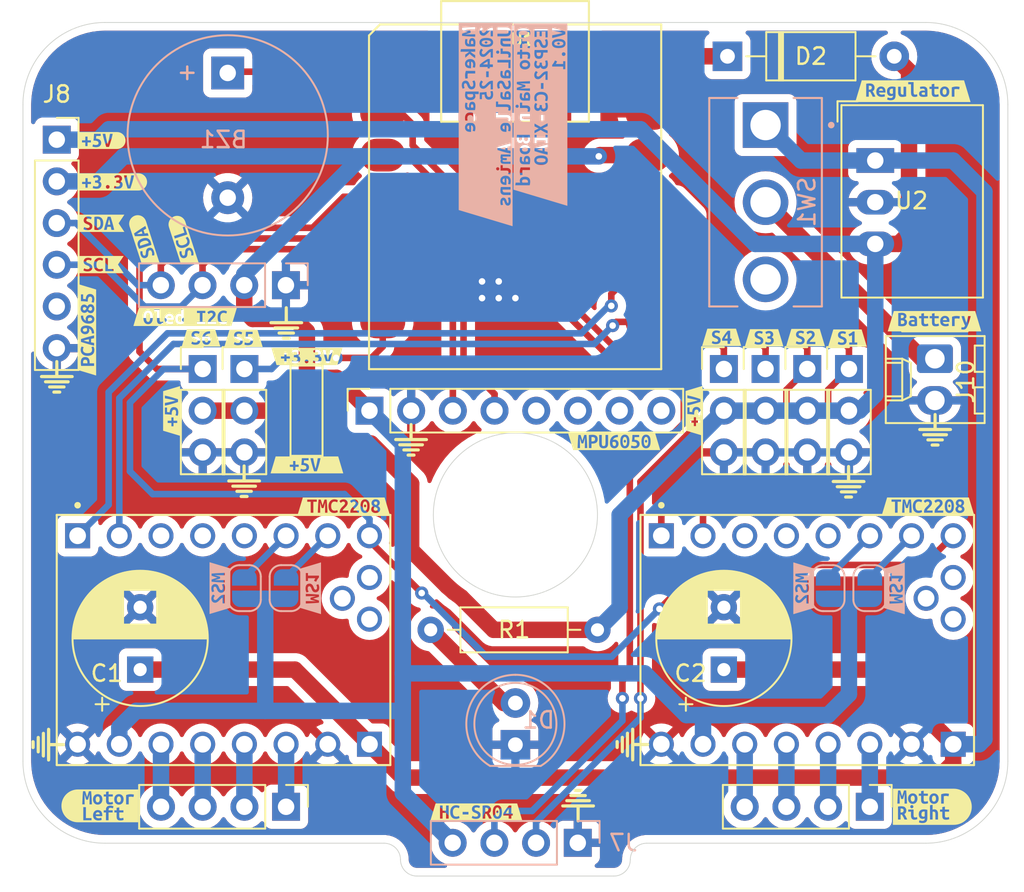
<source format=kicad_pcb>
(kicad_pcb (version 20240108) (generator "pcbnew") (generator_version "8.0")
  (layers (0 "F.Cu" signal "Front") (31 "B.Cu" signal "Back") (34 "B.Paste" user) (35 "F.Paste" user) (36 "B.SilkS" user "B.Silkscreen") (37 "F.SilkS" user "F.Silkscreen") (38 "B.Mask" user) (39 "F.Mask" user) (44 "Edge.Cuts" user))
  (net 0 "")
  (net 1 "GND")
  (net 2 "Net-(D1-A)")
  (net 3 "+5V")
  (net 4 "Buzzer")
  (net 5 "Servo-1")
  (net 6 "Servo-2")
  (net 7 "Servo-3")
  (net 8 "Servo-4")
  (net 9 "Servo-5")
  (net 11 "+3.3V")
  (net 12 "Echo")
  (net 13 "Trig")
  (net 14 "SCL")
  (net 15 "SDA")
  (net 16 "Net-(D2-K)")
  (net 18 "+BATT")
  (net 20 "Net-(J5-Pin_2)")
  (net 21 "Net-(J10-Pin_1)")
  (net 22 "Net-(J9-Pin_2)")
  (net 23 "Net-(J9-Pin_1)")
  (net 24 "Net-(J9-Pin_3)")
  (net 25 "Net-(J9-Pin_4)")
  (net 26 "Net-(J11-Pin_2)")
  (net 27 "Net-(J11-Pin_4)")
  (net 28 "Net-(J11-Pin_1)")
  (net 29 "Net-(J11-Pin_3)")
  (net 30 "Net-(JP3-B)")
  (net 31 "Net-(JP4-B)")
  (net 32 "Net-(JP6-B)")
  (net 33 "Net-(JP7-B)")
  (net 43 "EN-Driver")
  (footprint "Diode_THT:D_A-405_P10.16mm_Horizontal" (layer "F.Cu") (at 142.92 52.06)
    (property "Reference" "D2")
    (property "Value" "D_Schottky")
  )
  (footprint "Jumper:SolderJumper-3_P2.0mm_Open_TrianglePad1.0x1.5mm_NumberLabels" (layer "F.Cu") (at 117.3 73.65 90)
    (property "Reference" "JP1" (hide yes))
    (property "Value" "SolderJumper_3_Open")
  )
  (footprint "kibuzzard-66E45A06" (layer "F.Cu") (at 117.3 70.348)
    (property "Reference" "kibuzzard-66E45A06" (hide yes))
    (property "Value" "G***" (hide yes))
  )
  (footprint "LOGO" (layer "F.Cu") (at 102.062553 71.597801)
    (property "Reference" "G***" (hide yes))
    (property "Value" "LOGO" (hide yes))
  )
  (footprint "LOGO" (layer "F.Cu") (at 150.29655 77.990289)
    (property "Reference" "G***" (hide yes))
    (property "Value" "LOGO" (hide yes))
  )
  (footprint "kibuzzard-66E45C9B" (layer "F.Cu") (at 109.726898 63.332584 108)
    (property "Reference" "kibuzzard-66E45C9B" (hide yes))
    (property "Value" "G***" (hide yes))
  )
  (footprint "kibuzzard-66E45B85" (layer "F.Cu") (at 113.434627 69.245399)
    (property "Reference" "kibuzzard-66E45B85" (hide yes))
    (property "Value" "G***" (hide yes))
  )
  (footprint "kibuzzard-66E45BBF" (layer "F.Cu") (at 105.44779 59.713663)
    (property "Reference" "kibuzzard-66E45BBF" (hide yes))
    (property "Value" "G***" (hide yes))
  )
  (footprint "Connector_PinHeader_2.54mm:PinHeader_1x03_P2.54mm_Vertical" (layer "F.Cu") (at 113.49 71.11)
    (property "Reference" "J5" (hide yes))
    (property "Value" "Conn_01x03")
  )
  (footprint "LOGO" (layer "F.Cu") (at 101.536211 93.994146 -90)
    (property "Reference" "G***" (hide yes))
    (property "Value" "LOGO" (hide yes))
  )
  (footprint "LOGO" (layer "F.Cu") (at 137.1185 93.987645 -90)
    (property "Reference" "G***" (hide yes))
    (property "Value" "LOGO" (hide yes))
  )
  (footprint "Connector_PinSocket_2.54mm:PinSocket_1x06_P2.54mm_Vertical" (layer "F.Cu") (at 102.06 57.14)
    (property "Reference" "J8")
    (property "Value" "PCA9685")
  )
  (footprint "kibuzzard-66E45B4D" (layer "F.Cu") (at 147.675637 69.193623)
    (property "Reference" "kibuzzard-66E45B4D" (hide yes))
    (property "Value" "G***" (hide yes))
  )
  (footprint "kibuzzard-66E45B34" (layer "F.Cu") (at 142.566613 69.177951)
    (property "Reference" "kibuzzard-66E45B34" (hide yes))
    (property "Value" "G***" (hide yes))
  )
  (footprint "kibuzzard-66E45FF5" (layer "F.Cu") (at 155.4 97.78)
    (property "Reference" "kibuzzard-66E45FF5" (hide yes))
    (property "Value" "G***" (hide yes))
  )
  (footprint "kibuzzard-66E45AAF" (layer "F.Cu") (at 155.531875 68.19962)
    (property "Reference" "kibuzzard-66E45AAF" (hide yes))
    (property "Value" "G***" (hide yes))
  )
  (footprint "kibuzzard-66E46157" (layer "F.Cu") (at 127.621966 98.101932)
    (property "Reference" "kibuzzard-66E46157" (hide yes))
    (property "Value" "G***" (hide yes))
  )
  (footprint "Connector_PinHeader_2.54mm:PinHeader_1x03_P2.54mm_Vertical" (layer "F.Cu") (at 142.7 71.11)
    (property "Reference" "J4" (hide yes))
    (property "Value" "Conn_01x03")
  )
  (footprint "Connector_PinHeader_2.54mm:PinHeader_1x04_P2.54mm_Vertical" (layer "F.Cu") (at 151.59 97.78 -90)
    (property "Reference" "J9" (hide yes))
    (property "Value" "Conn_01x04")
  )
  (footprint "kibuzzard-66E460BA" (layer "F.Cu") (at 103.931947 68.729117 90)
    (property "Reference" "kibuzzard-66E460BA" (hide yes))
    (property "Value" "G***" (hide yes))
  )
  (footprint "Resistor_THT:R_Axial_DIN0207_L6.3mm_D2.5mm_P10.16mm_Horizontal" (layer "F.Cu") (at 135 87 180)
    (property "Reference" "R1")
    (property "Value" "R_Small")
  )
  (footprint "kibuzzard-66E45B47" (layer "F.Cu") (at 145.152469 69.209295)
    (property "Reference" "kibuzzard-66E45B47" (hide yes))
    (property "Value" "G***" (hide yes))
  )
  (footprint "Capacitor_THT:CP_Radial_D8.0mm_P3.80mm" (layer "F.Cu") (at 107.14 89.422651 90)
    (property "Reference" "C1")
    (property "Value" "100uF")
  )
  (footprint "Connector_PinHeader_2.54mm:PinHeader_1x03_P2.54mm_Vertical" (layer "F.Cu") (at 110.95 71.11)
    (property "Reference" "J6" (hide yes))
    (property "Value" "Conn_01x03")
  )
  (footprint "Connector_Molex:Molex_KK-254_AE-6410-02A_1x02_P2.54mm_Vertical" (layer "F.Cu") (at 155.555 70.485 -90)
    (property "Reference" "J10")
    (property "Value" "Conn_01x02")
  )
  (footprint "kibuzzard-66E45B15" (layer "F.Cu") (at 109.054754 73.666074 90)
    (property "Reference" "kibuzzard-66E45B15" (hide yes))
    (property "Value" "G***" (hide yes))
  )
  (footprint "TMC-Step-Stick:MODULE_TMC2208_SILENTSTEPSTICK" (layer "F.Cu") (at 147.78 87.62 90)
    (property "Reference" "U4" (hide yes))
    (property "Value" "TMC2208_SILENTSTEPSTICK")
  )
  (footprint "kibuzzard-66E45E2B" (layer "F.Cu") (at 119.54082 79.464896)
    (property "Reference" "kibuzzard-66E45E2B" (hide yes))
    (property "Value" "G***" (hide yes))
  )
  (footprint "Converter_DCDC:Converter_DCDC_RECOM_R-78E-0.5_THT" (layer "F.Cu") (at 151.9225 58.41 -90)
    (property "Reference" "U2")
    (property "Value" "R-78E5.0-1.0")
  )
  (footprint "Capacitor_THT:CP_Radial_D8.0mm_P3.80mm" (layer "F.Cu") (at 142.7 89.422651 90)
    (property "Reference" "C2")
    (property "Value" "100uF")
  )
  (footprint "TMC-Step-Stick:MODULE_TMC2208_SILENTSTEPSTICK" (layer "F.Cu") (at 112.22 87.62 90)
    (property "Reference" "U3" (hide yes))
    (property "Value" "TMC2208_SILENTSTEPSTICK")
  )
  (footprint "kibuzzard-66E45BE1" (layer "F.Cu") (at 104.79735 62.234395)
    (property "Reference" "kibuzzard-66E45BE1" (hide yes))
    (property "Value" "G***" (hide yes))
  )
  (footprint "LOGO" (layer "F.Cu") (at 155.568034 74.822916)
    (property "Reference" "G***" (hide yes))
    (property "Value" "LOGO" (hide yes))
  )
  (footprint "Connector_PinHeader_2.54mm:PinHeader_1x03_P2.54mm_Vertical" (layer "F.Cu") (at 147.78 71.11)
    (property "Reference" "J2" (hide yes))
    (property "Value" "Conn_01x03")
  )
  (footprint "Connector_PinHeader_2.54mm:PinHeader_1x03_P2.54mm_Vertical" (layer "F.Cu") (at 145.24 71.11)
    (property "Reference" "J3" (hide yes))
    (property "Value" "Conn_01x03")
  )
  (footprint "LOGO" (layer "F.Cu") (at 116.041846 68.316)
    (property "Reference" "G***" (hide yes))
    (property "Value" "LOGO" (hide yes))
  )
  (footprint "kibuzzard-66E45DA3" (layer "F.Cu") (at 154.216683 54.185588)
    (property "Reference" "kibuzzard-66E45DA3" (hide yes))
    (property "Value" "G***" (hide yes))
  )
  (footprint "Connector_PinHeader_2.54mm:PinHeader_1x03_P2.54mm_Vertical" (layer "F.Cu") (at 150.32 71.11)
    (property "Reference" "J1" (hide yes))
    (property "Value" "Conn_01x03")
  )
  (footprint "LOGO" (layer "F.Cu") (at 123.643834 75.435378)
    (property "Reference" "G***" (hide yes))
    (property "Value" "LOGO" (hide yes))
  )
  (footprint "kibuzzard-66E45C62" (layer "F.Cu") (at 107.334328 63.311688 108)
    (property "Reference" "kibuzzard-66E45C62" (hide yes))
    (property "Value" "G***" (hide yes))
  )
  (footprint "xiao ESP32C3_PCB:MOUDLE14P-SMD-2.54-21X17.8MM" (layer "F.Cu") (at 121.0825 71.11925)
    (property "Reference" "U1")
    (property "Value" "MOUDLE-SEEEDUINO-XIAO-ESP32C3")
  )
  (footprint "kibuzzard-66E45BF0" (layer "F.Cu") (at 104.776454 64.748856)
    (property "Reference" "kibuzzard-66E45BF0" (hide yes))
    (property "Value" "G***" (hide yes))
  )
  (footprint "kibuzzard-66E460A4" (layer "F.Cu") (at 109.883338 67.926462)
    (property "Reference" "kibuzzard-66E460A4" (hide yes))
    (property "Value" "G***" (hide yes))
  )
  (footprint "kibuzzard-66E45BAB" (layer "F.Cu") (at 104.789572 57.190494)
    (property "Reference" "kibuzzard-66E45BAB" (hide yes))
    (property "Value" "G***" (hide yes))
  )
  (footprint "kibuzzard-66E45A30" (layer "F.Cu") (at 117.3 76.952)
    (property "Reference" "kibuzzard-66E45A30" (hide yes))
    (property "Value" "G***" (hide yes))
  )
  (footprint "LOGO" (layer "F.Cu") (at 133.820804 97.70164 180)
    (property "Reference" "G***" (hide yes))
    (property "Value" "LOGO" (hide yes))
  )
  (footprint "kibuzzard-66E45B8A" (layer "F.Cu") (at 110.848771 69.214055)
    (property "Reference" "kibuzzard-66E45B8A" (hide yes))
    (property "Value" "G***" (hide yes))
  )
  (footprint "kibuzzard-66E45FFF" (layer "F.Cu") (at 104.68766 97.724053)
    (property "Reference" "kibuzzard-66E45FFF" (hide yes))
    (property "Value" "G***" (hide yes))
  )
  (footprint "kibuzzard-66E460D9" (layer "F.Cu") (at 136.013689 75.525884)
    (property "Reference" "kibuzzard-66E460D9" (hide yes))
    (property "Value" "G***" (hide yes))
  )
  (footprint "Connector_PinSocket_2.54mm:PinSocket_1x08_P2.54mm_Vertical" (layer "F.Cu") (at 121.109999 73.65 90)
    (property "Reference" "J13" (hide yes))
    (property "Value" "MPU6050")
  )
  (footprint "Connector_PinHeader_2.54mm:PinHeader_1x04_P2.54mm_Vertical" (layer "F.Cu") (at 116.03 97.78 -90)
    (property "Reference" "J11" (hide yes))
    (property "Value" "Conn_01x04")
  )
  (footprint "kibuzzard-66E45B51" (layer "F.Cu") (at 150.23015 69.224967)
    (property "Reference" "kibuzzard-66E45B51" (hide yes))
    (property "Value" "G***" (hide yes))
  )
  (footprint "kibuzzard-66E45E2B" (layer "F.Cu") (at 155.135624 79.462547)
    (property "Reference" "kibuzzard-66E45E2B" (hide yes))
    (property "Value" "G***" (hide yes))
  )
  (footprint "kibuzzard-66E45B15" (layer "F.Cu") (at 140.883224 73.65325 90)
    (property "Reference" "kibuzzard-66E45B15" (hide yes))
    (property "Value" "G***" (hide yes))
  )
  (footprint "LOGO" (layer "F.Cu") (at 113.473382 77.95649)
    (property "Reference" "G***" (hide yes))
    (property "Value" "LOGO" (hide yes))
  )
  (footprint "LED_THT:LED_D5.0mm" (layer "B.Cu") (at 130 94 90)
    (property "Reference" "D1")
    (property "Value" "LED_Small")
  )
  (footprint "kibuzzard-66E461B7" (layer "B.Cu") (at 128.187914 56.210136 -90)
    (property "Reference" "kibuzzard-66E461B7" (hide yes))
    (property "Value" "G***" (hide yes))
  )
  (footprint "Connector_PinSocket_2.54mm:PinSocket_1x04_P2.54mm_Vertical" (layer "B.Cu") (at 116.02 66.005 90)
    (property "Reference" "J12" (hide yes))
    (property "Value" "OLED 0,91\" - I2C (SKU21796)")
  )
  (footprint "Connector_PinSocket_2.54mm:PinSocket_1x04_P2.54mm_Vertical" (layer "B.Cu") (at 133.8 99.975 90)
    (property "Reference" "J7")
    (property "Value" "Conn_01x04")
  )
  (footprint "kibuzzard-66E45EDE" (layer "B.Cu") (at 153.088876 84.477639 90)
    (property "Reference" "kibuzzard-66E45EDE" (hide yes))
    (property "Value" "G***" (hide yes))
  )
  (footprint "Jumper:SolderJumper-2_P1.3mm_Open_RoundedPad1.0x1.5mm" (layer "B.Cu") (at 113.49 84.459999 90)
    (property "Reference" "JP4" (hide yes))
    (property "Value" "SolderJumper_2_Open")
  )
  (footprint "kibuzzard-66E462B0" (layer "B.Cu") (at 131.524 55.616 -90)
    (property "Reference" "kibuzzard-66E462B0" (hide yes))
    (property "Value" "G***" (hide yes))
  )
  (footprint "kibuzzard-66E45EDE" (layer "B.Cu") (at 117.524873 84.467589 90)
    (property "Reference" "kibuzzard-66E45EDE" (hide yes))
    (property "Value" "G***" (hide yes))
  )
  (footprint "kibuzzard-66E45EFB" (layer "B.Cu") (at 147.563826 84.468938 -90)
    (property "Reference" "kibuzzard-66E45EFB" (hide yes))
    (property "Value" "G***" (hide yes))
  )
  (footprint "Jumper:SolderJumper-2_P1.3mm_Open_RoundedPad1.0x1.5mm" (layer "B.Cu") (at 116.03 84.459999 90)
    (property "Reference" "JP3" (hide yes))
    (property "Value" "SolderJumper_2_Open")
  )
  (footprint "Jumper:SolderJumper-2_P1.3mm_Open_RoundedPad1.0x1.5mm" (layer "B.Cu") (at 151.59 84.459999 90)
    (property "Reference" "JP6" (hide yes))
    (property "Value" "SolderJumper_2_Open")
  )
  (footprint "Jumper:SolderJumper-2_P1.3mm_Open_RoundedPad1.0x1.5mm" (layer "B.Cu") (at 149.05 84.459999 90)
    (property "Reference" "JP7" (hide yes))
    (property "Value" "SolderJumper_2_Open")
  )
  (footprint "100SP1T1B4M2QE:SW_100SP1T1B4M2QE" (layer "B.Cu") (at 145.24 60.95 180)
    (property "Reference" "SW1")
    (property "Value" "SW_SPDT")
  )
  (footprint "Buzzer_Beeper:Buzzer_12x9.5RM7.6" (layer "B.Cu") (at 112.474 53.076 -90)
    (property "Reference" "BZ1")
    (property "Value" "Buzzer")
  )
  (footprint "kibuzzard-66E45EFB" (layer "B.Cu") (at 111.999823 84.458888 -90)
    (property "Reference" "kibuzzard-66E45EFB" (hide yes))
    (property "Value" "G***" (hide yes))
  )
  (gr_line (start 124 102) (end 136 102) (stroke (width 0.05)) (layer "Edge.Cuts"))
  (gr_line (start 100 95) (end 100 55) (stroke (width 0.05)) (layer "Edge.Cuts"))
  (gr_arc (start 124 102) (mid 123.292893 101.707107) (end 123 101) (stroke (width 0.05)) (layer "Edge.Cuts"))
  (gr_line (start 122 100) (end 105 100) (stroke (width 0.05)) (layer "Edge.Cuts"))
  (gr_arc (start 155 50) (mid 158.535534 51.464466) (end 160 55) (stroke (width 0.05)) (layer "Edge.Cuts"))
  (gr_arc (start 100 55) (mid 101.464466 51.464466) (end 105 50) (stroke (width 0.05)) (layer "Edge.Cuts"))
  (gr_line (start 160 55) (end 160 95) (stroke (width 0.05)) (layer "Edge.Cuts"))
  (gr_line (start 105 50) (end 155 50) (stroke (width 0.05)) (layer "Edge.Cuts"))
  (gr_arc (start 137 101) (mid 137.292893 100.292893) (end 138 100) (stroke (width 0.05)) (layer "Edge.Cuts"))
  (gr_arc (start 137 101) (mid 136.707107 101.707107) (end 136 102) (stroke (width 0.05)) (layer "Edge.Cuts"))
  (gr_circle (center 130 80) (end 130 85) (stroke (width 0.05)) (fill none) (layer "Edge.Cuts"))
  (gr_arc (start 160 95) (mid 158.535534 98.535534) (end 155 100) (stroke (width 0.05)) (layer "Edge.Cuts"))
  (gr_arc (start 105 100) (mid 101.464466 98.535534) (end 100 95) (stroke (width 0.05)) (layer "Edge.Cuts"))
  (gr_arc (start 122 100) (mid 122.707107 100.292893) (end 123 101) (stroke (width 0.05)) (layer "Edge.Cuts"))
  (gr_line (start 138 100) (end 155 100) (stroke (width 0.05)) (layer "Edge.Cuts"))
  (via (at 128.984 66.792) (size 0.8) (drill 0.4) (layers "F.Cu" "B.Cu") (net 1))
  (via (at 128.984 65.776) (size 0.8) (drill 0.4) (layers "F.Cu" "B.Cu") (net 1))
  (via (at 127.968 66.792) (size 0.8) (drill 0.4) (layers "F.Cu" "B.Cu") (net 1))
  (via (at 130 66.792) (size 0.8) (drill 0.4) (layers "F.Cu" "B.Cu") (net 1))
  (via (at 127.968 65.776) (size 0.8) (drill 0.4) (layers "F.Cu" "B.Cu") (net 1))
  (segment (start 130 91.46) (end 129.3 91.46) (width 1) (layer "F.Cu") (net 2))
  (segment (start 129.3 91.46) (end 124.84 87) (width 1) (layer "F.Cu") (net 2))
  (segment (start 123.65 82.14521) (end 123.65 78.095) (width 1) (layer "F.Cu") (net 3))
  (segment (start 121.205 75.65) (end 117.3 75.65) (width 1) (layer "F.Cu") (net 3))
  (segment (start 153.98 52.96) (end 153.08 52.06) (width 1) (layer "F.Cu") (net 3))
  (segment (start 125.847725 84.342935) (end 123.65 82.14521) (width 1) (layer "F.Cu") (net 3))
  (segment (start 151.9225 63.489999) (end 153.345001 63.489999) (width 1) (layer "F.Cu") (net 3))
  (segment (start 153.98 62.855) (end 153.98 52.96) (width 1) (layer "F.Cu") (net 3))
  (segment (start 126.689923 85.014564) (end 126.253744 84.697663) (width 1) (layer "F.Cu") (net 3))
  (segment (start 135 87) (end 128.675359 87) (width 1) (layer "F.Cu") (net 3))
  (segment (start 153.345001 63.489999) (end 153.98 62.855) (width 1) (layer "F.Cu") (net 3))
  (segment (start 123.65 78.095) (end 121.205 75.65) (width 1) (layer "F.Cu") (net 3))
  (segment (start 126.253744 84.697663) (end 125.847725 84.342935) (width 1) (layer "F.Cu") (net 3))
  (segment (start 128.675359 87) (end 126.689923 85.014564) (width 1) (layer "F.Cu") (net 3))
  (segment (start 151.9225 72.6825) (end 150.955 73.65) (width 1) (layer "B.Cu") (net 3))
  (segment (start 136.35 85.65) (end 135 87) (width 1) (layer "B.Cu") (net 3))
  (segment (start 137.62 56.505) (end 144.604999 63.489999) (width 1) (layer "B.Cu") (net 3))
  (segment (start 104.6 57.14) (end 105.235 56.505) (width 1) (layer "B.Cu") (net 3))
  (segment (start 145.24 73.65) (end 147.78 73.65) (width 1) (layer "B.Cu") (net 3))
  (segment (start 151.9225 63.489999) (end 151.9225 72.6825) (width 1) (layer "B.Cu") (net 3))
  (segment (start 144.604999 63.489999) (end 151.9225 63.489999) (width 1) (layer "B.Cu") (net 3))
  (segment (start 150.955 73.65) (end 150.32 73.65) (width 1) (layer "B.Cu") (net 3))
  (segment (start 102.06 57.14) (end 104.6 57.14) (width 1) (layer "B.Cu") (net 3))
  (segment (start 142.7 73.65) (end 145.24 73.65) (width 1) (layer "B.Cu") (net 3))
  (segment (start 150.32 73.65) (end 147.78 73.65) (width 1) (layer "B.Cu") (net 3))
  (segment (start 142.7 73.65) (end 136.35 80) (width 1) (layer "B.Cu") (net 3))
  (segment (start 105.235 56.505) (end 137.62 56.505) (width 1) (layer "B.Cu") (net 3))
  (segment (start 136.35 80) (end 136.35 85.65) (width 1) (layer "B.Cu") (net 3))
  (segment (start 112.55075 52.99925) (end 112.474 53.076) (width 0.4) (layer "F.Cu") (net 4))
  (segment (start 121.9175 52.99925) (end 112.55075 52.99925) (width 0.4) (layer "F.Cu") (net 4))
  (segment (start 142.446 78.984) (end 148.288 78.984) (width 0.4) (layer "F.Cu") (net 5))
  (segment (start 149.05 73.142) (end 149.05 76.952) (width 0.2) (layer "F.Cu") (net 5))
  (segment (start 139.82925 60.61925) (end 138.0825 60.61925) (width 0.4) (layer "F.Cu") (net 5))
  (segment (start 140.944619 61.734619) (end 139.82925 60.61925) (width 0.4) (layer "F.Cu") (net 5))
  (segment (start 149.05 78.222) (end 149.05 76.952) (width 0.4) (layer "F.Cu") (net 5))
  (segment (start 149.05 72.38) (end 149.05 73.142) (width 0.4) (layer "F.Cu") (net 5))
  (segment (start 141.43 81.27) (end 141.43 80) (width 0.4) (layer "F.Cu") (net 5))
  (segment (start 148.385 67.905) (end 143.604238 67.905) (width 0.4) (layer "F.Cu") (net 5))
  (segment (start 143.604238 67.905) (end 140.944619 65.245381) (width 0.4) (layer "F.Cu") (net 5))
  (segment (start 140.944619 65.245381) (end 140.944619 61.734619) (width 0.4) (layer "F.Cu") (net 5))
  (segment (start 150.32 71.11) (end 150.32 69.84) (width 0.4) (layer "F.Cu") (net 5))
  (segment (start 138.0825 60.61925) (end 138.0825 60.878986) (width 0.2) (layer "F.Cu") (net 5))
  (segment (start 148.288 78.984) (end 149.05 78.222) (width 0.4) (layer "F.Cu") (net 5))
  (segment (start 150.32 69.84) (end 148.385 67.905) (width 0.4) (layer "F.Cu") (net 5))
  (segment (start 150.32 71.11) (end 149.05 72.38) (width 0.4) (layer "F.Cu") (net 5))
  (segment (start 141.43 80) (end 142.446 78.984) (width 0.4) (layer "F.Cu") (net 5))
  (segment (start 143.335 68.555) (end 140.16 65.38) (width 0.4) (layer "F.Cu") (net 6))
  (segment (start 140.16 65.38) (end 140.16 64.125) (width 0.4) (layer "F.Cu") (net 6))
  (segment (start 146.51 73.142) (end 146.51 72.38) (width 0.4) (layer "F.Cu") (net 6))
  (segment (start 140.556 78.334) (end 145.89 78.334) (width 0.4) (layer "F.Cu") (net 6))
  (segment (start 146.51 73.142) (end 146.51 76.952) (width 0.2) (layer "F.Cu") (net 6))
  (segment (start 138.89 81.27) (end 138.89 80) (width 0.4) (layer "F.Cu") (net 6))
  (segment (start 145.89 78.334) (end 146.51 77.714) (width 0.4) (layer "F.Cu") (net 6))
  (segment (start 146.51 77.714) (end 146.51 76.952) (width 0.4) (layer "F.Cu") (net 6))
  (segment (start 146.51 72.38) (end 147.78 71.11) (width 0.4) (layer "F.Cu") (net 6))
  (segment (start 147.54 71.11) (end 147.78 71.11) (width 0.4) (layer "F.Cu") (net 6))
  (segment (start 146.495 68.555) (end 143.335 68.555) (width 0.4) (layer "F.Cu") (net 6))
  (segment (start 138.89 80) (end 140.556 78.334) (width 0.4) (layer "F.Cu") (net 6))
  (segment (start 147.78 71.11) (end 147.78 69.84) (width 0.4) (layer "F.Cu") (net 6))
  (segment (start 147.78 69.84) (end 146.495 68.555) (width 0.4) (layer "F.Cu") (net 6))
  (segment (start 139.19425 63.15925) (end 138.0825 63.15925) (width 0.4) (layer "F.Cu") (net 6))
  (segment (start 140.16 64.125) (end 139.19425 63.15925) (width 0.4) (layer "F.Cu") (net 6))
  (segment (start 136.68075 65.69925) (end 138.0825 65.69925) (width 0.4) (layer "F.Cu") (net 7))
  (segment (start 138.0825 65.69925) (end 139.478488 65.69925) (width 0.4) (layer "F.Cu") (net 7))
  (segment (start 145.24 69.84) (end 145.24 71.11) (width 0.4) (layer "F.Cu") (net 7))
  (segment (start 144.605 69.205) (end 145.24 69.84) (width 0.4) (layer "F.Cu") (net 7))
  (segment (start 135.842 67.265997) (end 135.842 66.538) (width 0.4) (layer "F.Cu") (net 7))
  (segment (start 135.842 66.538) (end 136.68075 65.69925) (width 0.4) (layer "F.Cu") (net 7))
  (segment (start 139.478488 65.69925) (end 142.984238 69.205) (width 0.4) (layer "F.Cu") (net 7))
  (segment (start 142.984238 69.205) (end 144.605 69.205) (width 0.4) (layer "F.Cu") (net 7))
  (via (at 135.842 67.265997) (size 0.8) (drill 0.4) (layers "F.Cu" "B.Cu") (net 7))
  (segment (start 135.842 67.265997) (end 135.689921 67.265997) (width 0.4) (layer "B.Cu") (net 7))
  (segment (start 135.689921 67.265997) (end 134.019918 68.936) (width 0.4) (layer "B.Cu") (net 7))
  (segment (start 108.806 68.936) (end 105.22 72.522) (width 0.4) (layer "B.Cu") (net 7))
  (segment (start 105.22 72.522) (end 105.22 79.38) (width 0.4) (layer "B.Cu") (net 7))
  (segment (start 105.22 79.38) (end 103.33 81.27) (width 0.4) (layer "B.Cu") (net 7))
  (segment (start 134.019918 68.936) (end 108.806 68.936) (width 0.4) (layer "B.Cu") (net 7))
  (segment (start 142.7 69.84) (end 142.7 71.11) (width 0.4) (layer "F.Cu") (net 8))
  (segment (start 141.09925 68.23925) (end 142.7 69.84) (width 0.4) (layer "F.Cu") (net 8))
  (segment (start 136.14987 68.23925) (end 138.0825 68.23925) (width 0.4) (layer "F.Cu") (net 8))
  (segment (start 138.0825 68.23925) (end 141.09925 68.23925) (width 0.4) (layer "F.Cu") (net 8))
  (segment (start 135.923601 68.465519) (end 136.14987 68.23925) (width 0.4) (layer "F.Cu") (net 8))
  (via (at 135.923601 68.465519) (size 0.8) (drill 0.4) (layers "F.Cu" "B.Cu") (net 8))
  (segment (start 105.87 72.888) (end 105.87 81.27) (width 0.4) (layer "B.Cu") (net 8))
  (segment (start 134.80312 69.586) (end 109.172 69.586) (width 0.4) (layer "B.Cu") (net 8))
  (segment (start 135.923601 68.465519) (end 134.80312 69.586) (width 0.4) (layer "B.Cu") (net 8))
  (segment (start 109.172 69.586) (end 105.87 72.888) (width 0.4) (layer "B.Cu") (net 8))
  (segment (start 121.2305 70.436) (end 121.9175 69.749) (width 0.4) (layer "F.Cu") (net 9))
  (segment (start 119.078 70.436) (end 121.2305 70.436) (width 0.4) (layer "F.Cu") (net 9))
  (segment (start 121.9175 69.749) (end 121.9175 68.23925) (width 0.4) (layer "F.Cu") (net 9))
  (via (at 119.078 70.436) (size 0.8) (drill 0.4) (layers "F.Cu" "B.Cu") (net 9))
  (segment (start 119.078 70.436) (end 115.815 70.436) (width 0.4) (layer "B.Cu") (net 9))
  (segment (start 115.815 70.436) (end 115.141 71.11) (width 0.4) (layer "B.Cu") (net 9))
  (segment (start 115.141 71.11) (end 113.49 71.11) (width 0.4) (layer "B.Cu") (net 9))
  (segment (start 121.109999 73.65) (end 119.109999 71.65) (width 1) (layer "F.Cu") (net 11))
  (segment (start 113.48 67.544) (end 113.48 66.005) (width 1) (layer "F.Cu") (net 11))
  (segment (start 135.08 58.156) (end 135.15675 58.07925) (width 1) (layer "F.Cu") (net 11))
  (segment (start 116.538 68.062) (end 113.998 68.062) (width 1) (layer "F.Cu") (net 11))
  (segment (start 113.998 68.062) (end 113.48 67.544) (width 1) (layer "F.Cu") (net 11))
  (segment (start 135.15675 58.07925) (end 138.0825 58.07925) (width 1) (layer "F.Cu") (net 11))
  (segment (start 117.3 68.824) (end 116.538 68.062) (width 1) (layer "F.Cu") (net 11))
  (segment (start 119.109999 71.65) (end 117.3 71.65) (width 1) (layer "F.Cu") (net 11))
  (segment (start 117.3 71.65) (end 117.3 68.824) (width 1) (layer "F.Cu") (net 11))
  (via (at 135.08 58.156) (size 0.8) (drill 0.4) (layers "F.Cu" "B.Cu") (net 11))
  (segment (start 123.142 96.937) (end 123.142 91.938) (width 1) (layer "B.Cu") (net 11))
  (segment (start 141.43 92.192) (end 141.43 93.97) (width 1) (layer "B.Cu") (net 11))
  (segment (start 126.18 99.975) (end 123.142 96.937) (width 1) (layer "B.Cu") (net 11))
  (segment (start 123.142 89.652) (end 123.142 75.682001) (width 1) (layer "B.Cu") (net 11))
  (segment (start 135.08 58.156) (end 120.669 58.156) (width 1) (layer "B.Cu") (net 11))
  (segment (start 142.446 92.192) (end 140.414 92.192) (width 1) (layer "B.Cu") (net 11))
  (segment (start 150.32 85.109998) (end 150.32 90.922) (width 1) (layer "B.Cu") (net 11))
  (segment (start 113.48 65.345) (end 113.48 66.005) (width 1) (layer "B.Cu") (net 11))
  (segment (start 105.87 92.954) (end 105.87 93.97) (width 1) (layer "B.Cu") (net 11))
  (segment (start 104.6 59.68) (end 106.124 58.156) (width 1) (layer "B.Cu") (net 11))
  (segment (start 140.414 92.192) (end 137.874 89.652) (width 1) (layer "B.Cu") (net 11))
  (segment (start 106.124 58.156) (end 120.669 58.156) (width 1) (layer "B.Cu") (net 11))
  (segment (start 119.7465 59.0785) (end 113.48 65.345) (width 1) (layer "B.Cu") (net 11))
  (segment (start 120.669 58.156) (end 119.7465 59.0785) (width 1) (layer "B.Cu") (net 11))
  (segment (start 149.05 85.109998) (end 150.32 85.109998) (width 1) (layer "B.Cu") (net 11))
  (segment (start 114.76 85.109998) (end 116.03 85.109998) (width 1) (layer "B.Cu") (net 11))
  (segment (start 114.76 91.938) (end 106.886 91.938) (width 1) (layer "B.Cu") (net 11))
  (segment (start 102.06 59.68) (end 104.6 59.68) (width 1) (layer "B.Cu") (net 11))
  (segment (start 123.142 91.938) (end 123.142 89.652) (width 1) (layer "B.Cu") (net 11))
  (segment (start 114.76 91.938) (end 114.76 85.109998) (width 1) (layer "B.Cu") (net 11))
  (segment (start 149.05 92.192) (end 142.446 92.192) (width 1) (layer "B.Cu") (net 11))
  (segment (start 137.874 89.652) (end 123.142 89.652) (width 1) (layer "B.Cu") (net 11))
  (segment (start 106.886 91.938) (end 105.87 92.954) (width 1) (layer "B.Cu") (net 11))
  (segment (start 113.48 66.02) (end 113.48 66.005) (width 0.2) (layer "B.Cu") (net 11))
  (segment (start 123.142 91.938) (end 114.76 91.938) (width 1) (layer "B.Cu") (net 11))
  (segment (start 142.446 92.192) (end 141.43 92.192) (width 1) (layer "B.Cu") (net 11))
  (segment (start 123.142 75.682001) (end 121.109999 73.65) (width 1) (layer "B.Cu") (net 11))
  (segment (start 150.32 85.109998) (end 151.59 85.109998) (width 1) (layer "B.Cu") (net 11))
  (segment (start 150.32 90.922) (end 149.05 92.192) (width 1) (layer "B.Cu") (net 11))
  (segment (start 114.76 85.109998) (end 113.49 85.109998) (width 1) (layer "B.Cu") (net 11))
  (segment (start 137.62 77.968) (end 140.922 74.666) (width 0.4) (layer "F.Cu") (net 12))
  (segment (start 139.652 69.84) (end 136.096 69.84) (width 0.4) (layer "F.Cu") (net 12))
  (segment (start 136.096 69.84) (end 123.7425 57.4865) (width 0.4) (layer "F.Cu") (net 12))
  (segment (start 137.62 91.176) (end 137.62 77.968) (width 0.4) (layer "F.Cu") (net 12))
  (segment (start 140.922 74.666) (end 140.922 71.11) (width 0.4) (layer "F.Cu") (net 12))
  (segment (start 140.922 71.11) (end 139.652 69.84) (width 0.4) (layer "F.Cu") (net 12))
  (segment (start 123.06525 55.53925) (end 121.9175 55.53925) (width 0.4) (layer "F.Cu") (net 12))
  (segment (start 123.7425 56.2165) (end 123.06525 55.53925) (width 0.4) (layer "F.Cu") (net 12))
  (segment (start 123.7425 57.4865) (end 123.7425 56.2165) (width 0.4) (layer "F.Cu") (net 12))
  (via (at 137.62 91.176) (size 0.8) (drill 0.4) (layers "F.Cu" "B.Cu") (net 12))
  (segment (start 131.26 98.709238) (end 131.26 99.975) (width 0.4) (layer "B.Cu") (net 12))
  (segment (start 137.62 92.349238) (end 131.26 98.709238) (width 0.4) (layer "B.Cu") (net 12))
  (segment (start 137.62 91.176) (end 137.62 92.349238) (width 0.4) (layer "B.Cu") (net 12))
  (segment (start 136.97 77.698762) (end 136.97 89.652) (width 0.4) (layer "F.Cu") (net 13))
  (segment (start 123.416012 58.07925) (end 135.826762 70.49) (width 0.4) (layer "F.Cu") (net 13))
  (segment (start 140.256762 74.412) (end 136.97 77.698762) (width 0.4) (layer "F.Cu") (net 13))
  (segment (start 121.9175 58.07925) (end 123.416012 58.07925) (width 0.4) (layer "F.Cu") (net 13))
  (segment (start 135.826762 70.49) (end 139.382762 70.49) (width 0.4) (layer "F.Cu") (net 13))
  (segment (start 139.382762 70.49) (end 140.256762 71.364) (width 0.4) (layer "F.Cu") (net 13))
  (segment (start 136.520299 90.101701) (end 136.520299 91.176) (width 0.4) (layer "F.Cu") (net 13))
  (segment (start 140.256762 71.364) (end 140.256762 74.412) (width 0.4) (layer "F.Cu") (net 13))
  (segment (start 136.97 89.652) (end 136.520299 90.101701) (width 0.4) (layer "F.Cu") (net 13))
  (via (at 136.520299 91.176) (size 0.8) (drill 0.4) (layers "F.Cu" "B.Cu") (net 13))
  (segment (start 136.520299 91.176) (end 136.520299 92.529701) (width 0.4) (layer "B.Cu") (net 13))
  (segment (start 128.72 98.552) (end 128.72 99.975) (width 0.4) (layer "B.Cu") (net 13))
  (segment (start 136.520299 92.529701) (end 131.016 98.034) (width 0.4) (layer "B.Cu") (net 13))
  (segment (start 131.016 98.034) (end 129.238 98.034) (width 0.4) (layer "B.Cu") (net 13))
  (segment (start 129.238 98.034) (end 128.72 98.552) (width 0.4) (layer "B.Cu") (net 13))
  (segment (start 121.9175 65.69925) (end 119.50925 65.69925) (width 0.4) (layer "F.Cu") (net 14))
  (segment (start 125.09725 65.69925) (end 126.189998 66.791998) (width 0.4) (layer "F.Cu") (net 14))
  (segment (start 119.50925 65.69925) (end 117.61925 63.80925) (width 0.4) (layer "F.Cu") (net 14))
  (segment (start 121.9175 65.69925) (end 125.09725 65.69925) (width 0.4) (layer "F.Cu") (net 14))
  (segment (start 117.61925 63.80925) (end 111.90075 63.80925) (width 0.4) (layer "F.Cu") (net 14))
  (segment (start 126.189998 66.791998) (end 126.189998 73.65) (width 0.4) (layer "F.Cu") (net 14))
  (segment (start 110.940001 64.769999) (end 110.940001 66.005) (width 0.4) (layer "F.Cu") (net 14))
  (segment (start 111.90075 63.80925) (end 110.940001 64.769999) (width 0.4) (layer "F.Cu") (net 14))
  (segment (start 104.854 64.76) (end 107.399 67.305) (width 0.4) (layer "B.Cu") (net 14))
  (segment (start 109.640001 67.305) (end 110.940001 66.005) (width 0.4) (layer "B.Cu") (net 14))
  (segment (start 107.399 67.305) (end 109.640001 67.305) (width 0.4) (layer "B.Cu") (net 14))
  (segment (start 102.06 64.76) (end 104.854 64.76) (width 0.4) (layer "B.Cu") (net 14))
  (segment (start 121.9175 63.15925) (end 110.01075 63.15925) (width 0.4) (layer "F.Cu") (net 15))
  (segment (start 126.839998 70.743998) (end 128.729999 72.633999) (width 0.4) (layer "F.Cu") (net 15))
  (segment (start 126.839998 66.425998) (end 126.839998 70.743998) (width 0.4) (layer "F.Cu") (net 15))
  (segment (start 121.9175 63.15925) (end 123.57325 63.15925) (width 0.4) (layer "F.Cu") (net 15))
  (segment (start 128.729999 72.633999) (end 128.729999 73.65) (width 0.4) (layer "F.Cu") (net 15))
  (segment (start 123.57325 63.15925) (end 126.839998 66.425998) (width 0.4) (layer "F.Cu") (net 15))
  (segment (start 110.01075 63.15925) (end 108.4 64.77) (width 0.4) (layer "F.Cu") (net 15))
  (segment (start 108.4 64.77) (end 108.4 66.005) (width 0.4) (layer "F.Cu") (net 15))
  (segment (start 103.233238 62.22) (end 107.018238 66.005) (width 0.4) (layer "B.Cu") (net 15))
  (segment (start 102.06 62.22) (end 103.233238 62.22) (width 0.4) (layer "B.Cu") (net 15))
  (segment (start 107.018238 66.005) (end 108.4 66.005) (width 0.4) (layer "B.Cu") (net 15))
  (segment (start 142.92 52.06) (end 139.02175 52.06) (width 1) (layer "F.Cu") (net 16))
  (segment (start 139.02175 52.06) (end 138.0825 52.99925) (width 1) (layer "F.Cu") (net 16))
  (segment (start 123.142 96.002) (end 155.781 96.002) (width 1) (layer "F.Cu") (net 18))
  (segment (start 142.7 89.422651) (end 152.122651 89.422651) (width 1) (layer "F.Cu") (net 18))
  (segment (start 155.781 96.002) (end 156.67 95.113) (width 1) (layer "F.Cu") (net 18))
  (segment (start 156.67 95.113) (end 156.67 93.97) (width 1) (layer "F.Cu") (net 18))
  (segment (start 121.11 93.97) (end 123.142 96.002) (width 1) (layer "F.Cu") (net 18))
  (segment (start 107.14 89.422651) (end 116.562651 89.422651) (width 1) (layer "F.Cu") (net 18))
  (segment (start 116.562651 89.422651) (end 121.11 93.97) (width 1) (layer "F.Cu") (net 18))
  (segment (start 152.122651 89.422651) (end 156.67 93.97) (width 1) (layer "F.Cu") (net 18))
  (segment (start 151.9225 58.41) (end 147.4 58.41) (width 1) (layer "B.Cu") (net 18))
  (segment (start 158.575 93.6525) (end 158.2575 93.97) (width 1) (layer "B.Cu") (net 18))
  (segment (start 158.2575 93.97) (end 156.67 93.97) (width 1) (layer "B.Cu") (net 18))
  (segment (start 156.67 58.41) (end 158.575 60.315) (width 1) (layer "B.Cu") (net 18))
  (segment (start 147.4 58.41) (end 145.24 56.25) (width 1) (layer "B.Cu") (net 18))
  (segment (start 151.9225 58.41) (end 156.67 58.41) (width 1) (layer "B.Cu") (net 18))
  (segment (start 158.575 60.315) (end 158.575 93.6525) (width 1) (layer "B.Cu") (net 18))
  (segment (start 110.95 73.65) (end 113.49 73.65) (width 1) (layer "F.Cu") (net 20))
  (segment (start 113.49 73.65) (end 117.3 73.65) (width 1) (layer "F.Cu") (net 20))
  (segment (start 155.555 70.485) (end 154.775 70.485) (width 1) (layer "F.Cu") (net 21))
  (segment (start 154.775 70.485) (end 145.24 60.95) (width 1) (layer "F.Cu") (net 21))
  (segment (start 149.050001 93.97) (end 149.050001 97.779999) (width 1) (layer "B.Cu") (net 22))
  (segment (start 149.050001 97.779999) (end 149.05 97.78) (width 1) (layer "B.Cu") (net 22))
  (segment (start 151.59 93.97) (end 151.59 97.78) (width 1) (layer "B.Cu") (net 23))
  (segment (start 146.509999 97.779998) (end 146.510001 97.78) (width 1) (layer "B.Cu") (net 24))
  (segment (start 146.509999 93.97) (end 146.509999 97.779998) (width 1) (layer "B.Cu") (net 24))
  (segment (start 143.97 93.97) (end 143.97 97.78) (width 1) (layer "B.Cu") (net 25))
  (segment (start 113.490001 97.779999) (end 113.49 97.78) (width 1) (layer "B.Cu") (net 26))
  (segment (start 113.490001 93.97) (end 113.490001 97.779999) (width 1) (layer "B.Cu") (net 26))
  (segment (start 108.41 93.97) (end 108.41 97.78) (width 1) (layer "B.Cu") (net 27))
  (segment (start 116.03 93.97) (end 116.03 97.78) (width 1) (layer "B.Cu") (net 28))
  (segment (start 110.949999 97.779998) (end 110.950001 97.78) (width 1) (layer "B.Cu") (net 29))
  (segment (start 110.949999 93.97) (end 110.949999 97.779998) (width 1) (layer "B.Cu") (net 29))
  (segment (start 118.57 81.27) (end 116.03 83.81) (width 0.4) (layer "B.Cu") (net 30))
  (segment (start 116.03 81.27) (end 113.49 83.81) (width 0.4) (layer "B.Cu") (net 31))
  (segment (start 154.13 81.27) (end 151.59 83.81) (width 0.4) (layer "B.Cu") (net 32))
  (segment (start 151.59 81.27) (end 149.05 83.81) (width 0.4) (layer "B.Cu") (net 33))
  (segment (start 138.775942 85.727942) (end 138.775942 85.727941) (width 0.4) (layer "F.Cu") (net 43))
  (segment (start 138.775942 85.727941) (end 141.455883 83.048) (width 0.4) (layer "F.Cu") (net 43))
  (segment (start 121.9175 60.61925) (end 119.53575 60.61925) (width 0.4) (layer "F.Cu") (net 43))
  (segment (start 141.455883 83.048) (end 154.892 83.048) (width 0.4) (layer "F.Cu") (net 43))
  (segment (start 117.64575 62.50925) (end 108.62875 62.50925) (width 0.4) (layer "F.Cu") (net 43))
  (segment (start 119.53575 60.61925) (end 117.64575 62.50925) (width 0.4) (layer "F.Cu") (net 43))
  (segment (start 108.156 71.11) (end 110.95 71.11) (width 0.4) (layer "F.Cu") (net 43))
  (segment (start 107.1 70.054) (end 108.156 71.11) (width 0.4) (layer "F.Cu") (net 43))
  (segment (start 154.892 83.048) (end 156.67 81.27) (width 0.4) (layer "F.Cu") (net 43))
  (segment (start 108.62875 62.50925) (end 107.1 64.038) (width 0.4) (layer "F.Cu") (net 43))
  (segment (start 124.292 84.759) (end 121.11 81.577) (width 0.4) (layer "F.Cu") (net 43))
  (segment (start 121.11 81.577) (end 121.11 81.27) (width 0.4) (layer "F.Cu") (net 43))
  (segment (start 107.1 64.038) (end 107.1 70.054) (width 0.4) (layer "F.Cu") (net 43))
  (via (at 138.775942 85.727942) (size 0.8) (drill 0.4) (layers "F.Cu" "B.Cu") (net 43))
  (via (at 124.292 84.759) (size 0.8) (drill 0.4) (layers "F.Cu" "B.Cu") (net 43))
  (segment (start 106.52 73.157238) (end 108.567238 71.11) (width 0.4) (layer "B.Cu") (net 43))
  (segment (start 124.366767 84.759) (end 124.292 84.759) (width 0.4) (layer "B.Cu") (net 43))
  (segment (start 138.775941 85.727942) (end 135.867883 88.636) (width 0.4) (layer "B.Cu") (net 43))
  (segment (start 119.586 78.73) (end 107.902 78.73) (width 0.4) (layer "B.Cu") (net 43))
  (segment (start 108.567238 71.11) (end 110.95 71.11) (width 0.4) (layer "B.Cu") (net 43))
  (segment (start 138.775942 85.727942) (end 138.775941 85.727942) (width 0.4) (layer "B.Cu") (net 43))
  (segment (start 121.11 80.254) (end 119.586 78.73) (width 0.4) (layer "B.Cu") (net 43))
  (segment (start 107.902 78.73) (end 106.52 77.348) (width 0.4) (layer "B.Cu") (net 43))
  (segment (start 121.11 81.27) (end 121.11 80.254) (width 0.4) (layer "B.Cu") (net 43))
  (segment (start 106.52 77.348) (end 106.52 73.157238) (width 0.4) (layer "B.Cu") (net 43))
  (segment (start 135.867883 88.636) (end 128.243767 88.636) (width 0.4) (layer "B.Cu") (net 43))
  (segment (start 128.243767 88.636) (end 124.366767 84.759) (width 0.4) (layer "B.Cu") (net 43))
  (zone (net 1) (net_name "GND") (layers "F&B.Cu") (connect_pads (clearance 0.5)) (min_thickness 0.25) (fill yes (thermal_gap 0.5) (thermal_bridge_width 0.5))
    (polygon (pts (xy 99 49) (xy 161 49) (xy 161 103) (xy 99 103)))
  )
)
</source>
